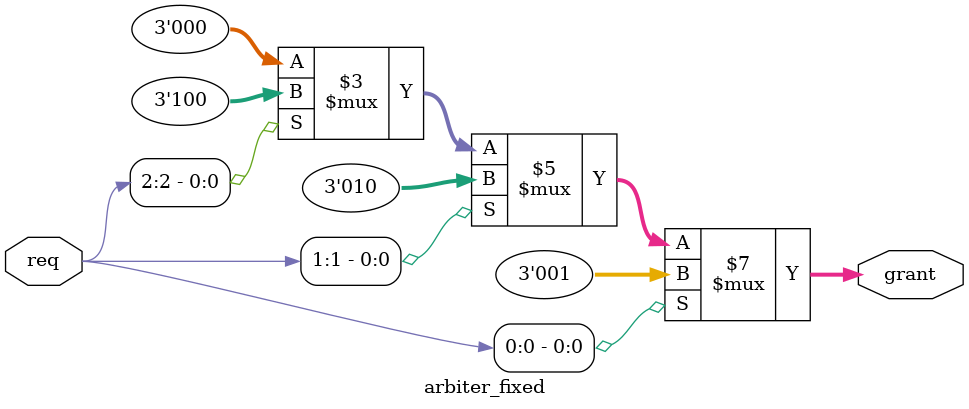
<source format=sv>
module arbiter_fixed(
    input           [2:0]   req,
    output  logic   [2:0]   grant
);

always_comb begin 
    case(1'b1)
        req[0]: grant = 3'b001;
        req[1]: grant = 3'b010;
        req[2]: grant = 3'b100;
        default: grant = 3'b000;
    endcase
end
endmodule
</source>
